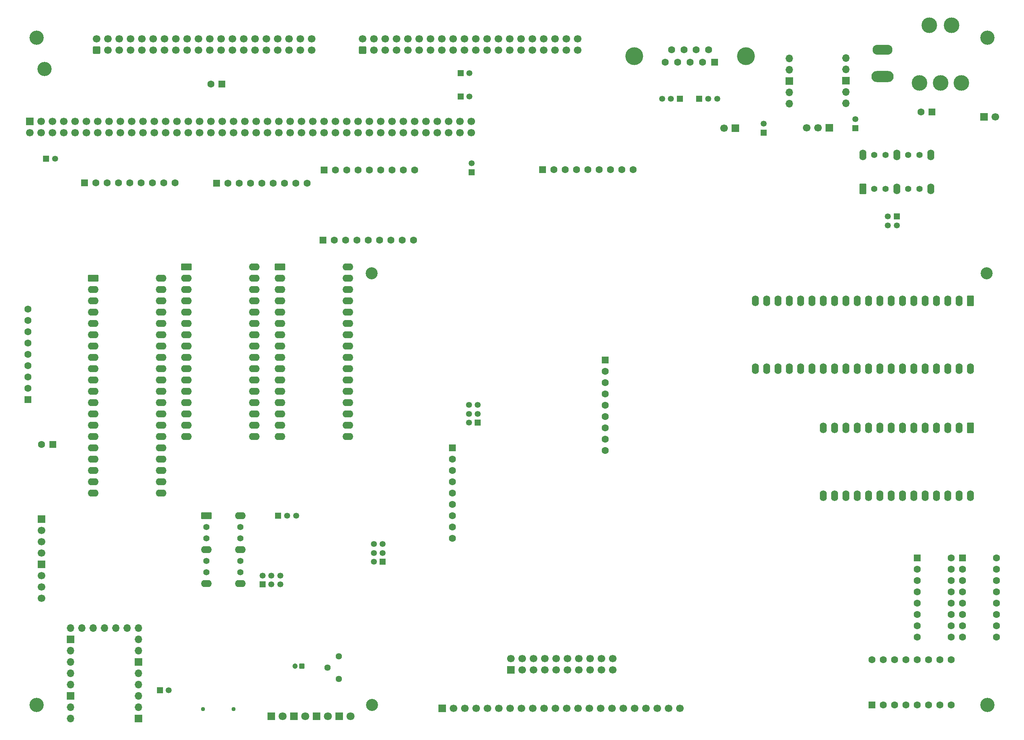
<source format=gbr>
%TF.GenerationSoftware,KiCad,Pcbnew,9.0.6*%
%TF.CreationDate,2025-11-24T00:24:31-08:00*%
%TF.ProjectId,SD-ZMB,53442d5a-4d42-42e6-9b69-6361645f7063,PR8.2*%
%TF.SameCoordinates,Original*%
%TF.FileFunction,Soldermask,Bot*%
%TF.FilePolarity,Negative*%
%FSLAX46Y46*%
G04 Gerber Fmt 4.6, Leading zero omitted, Abs format (unit mm)*
G04 Created by KiCad (PCBNEW 9.0.6) date 2025-11-24 00:24:31*
%MOMM*%
%LPD*%
G01*
G04 APERTURE LIST*
G04 Aperture macros list*
%AMRoundRect*
0 Rectangle with rounded corners*
0 $1 Rounding radius*
0 $2 $3 $4 $5 $6 $7 $8 $9 X,Y pos of 4 corners*
0 Add a 4 corners polygon primitive as box body*
4,1,4,$2,$3,$4,$5,$6,$7,$8,$9,$2,$3,0*
0 Add four circle primitives for the rounded corners*
1,1,$1+$1,$2,$3*
1,1,$1+$1,$4,$5*
1,1,$1+$1,$6,$7*
1,1,$1+$1,$8,$9*
0 Add four rect primitives between the rounded corners*
20,1,$1+$1,$2,$3,$4,$5,0*
20,1,$1+$1,$4,$5,$6,$7,0*
20,1,$1+$1,$6,$7,$8,$9,0*
20,1,$1+$1,$8,$9,$2,$3,0*%
G04 Aperture macros list end*
%ADD10RoundRect,0.250000X-0.550000X-0.550000X0.550000X-0.550000X0.550000X0.550000X-0.550000X0.550000X0*%
%ADD11C,1.600000*%
%ADD12RoundRect,0.250000X0.550000X-0.550000X0.550000X0.550000X-0.550000X0.550000X-0.550000X-0.550000X0*%
%ADD13C,3.200000*%
%ADD14RoundRect,0.250000X0.350000X0.350000X-0.350000X0.350000X-0.350000X-0.350000X0.350000X-0.350000X0*%
%ADD15C,1.200000*%
%ADD16R,1.600000X1.600000*%
%ADD17R,1.350000X1.350000*%
%ADD18C,1.350000*%
%ADD19RoundRect,0.250000X0.550000X-0.950000X0.550000X0.950000X-0.550000X0.950000X-0.550000X-0.950000X0*%
%ADD20C,1.400000*%
%ADD21O,1.600000X2.400000*%
%ADD22C,2.700000*%
%ADD23R,1.700000X1.700000*%
%ADD24C,1.700000*%
%ADD25O,1.700000X1.700000*%
%ADD26RoundRect,0.250000X-0.950000X-0.550000X0.950000X-0.550000X0.950000X0.550000X-0.950000X0.550000X0*%
%ADD27O,2.400000X1.600000*%
%ADD28C,4.000000*%
%ADD29C,3.500000*%
%ADD30R,1.800000X1.800000*%
%ADD31C,1.800000*%
%ADD32RoundRect,0.250000X0.550000X0.550000X-0.550000X0.550000X-0.550000X-0.550000X0.550000X-0.550000X0*%
%ADD33RoundRect,0.250000X0.600000X-0.600000X0.600000X0.600000X-0.600000X0.600000X-0.600000X-0.600000X0*%
%ADD34RoundRect,0.250000X-0.550000X0.950000X-0.550000X-0.950000X0.550000X-0.950000X0.550000X0.950000X0*%
%ADD35O,5.000000X2.500000*%
%ADD36O,4.500000X2.250000*%
%ADD37C,0.950000*%
%ADD38C,1.440000*%
G04 APERTURE END LIST*
D10*
%TO.C,SPARE2*%
X304292000Y-215900000D03*
D11*
X304292000Y-218440000D03*
X304292000Y-220979999D03*
X304292000Y-223520000D03*
X304292000Y-226060000D03*
X304292000Y-228600000D03*
X304292000Y-231140000D03*
X304292000Y-233680001D03*
X311912000Y-233680000D03*
X311912000Y-231140000D03*
X311912000Y-228600000D03*
X311912000Y-226060000D03*
X311912000Y-223520000D03*
X311912000Y-220980000D03*
X311912000Y-218440000D03*
X311912000Y-215900000D03*
%TD*%
D12*
%TO.C,SPARE3*%
X283972000Y-248920000D03*
D11*
X286512000Y-248920000D03*
X289051999Y-248920000D03*
X291592000Y-248920000D03*
X294132000Y-248920000D03*
X296672000Y-248920000D03*
X299212000Y-248920000D03*
X301752001Y-248920000D03*
X301752000Y-238760001D03*
X299212000Y-238760000D03*
X296672000Y-238760000D03*
X294132000Y-238760000D03*
X291592000Y-238760000D03*
X289052000Y-238760001D03*
X286512000Y-238760000D03*
X283972000Y-238760000D03*
%TD*%
D10*
%TO.C,SPARE1*%
X294132000Y-215900000D03*
D11*
X294132000Y-218440000D03*
X294132000Y-220979999D03*
X294132000Y-223520000D03*
X294132000Y-226060000D03*
X294132000Y-228600000D03*
X294132000Y-231140000D03*
X294132000Y-233680001D03*
X301752000Y-233680000D03*
X301752000Y-231140000D03*
X301752000Y-228600000D03*
X301752000Y-226060000D03*
X301752000Y-223520000D03*
X301752000Y-220980000D03*
X301752000Y-218440000D03*
X301752000Y-215900000D03*
%TD*%
D13*
%TO.C,H3*%
X309880000Y-99060000D03*
%TD*%
D14*
%TO.C,C6*%
X156043600Y-240157000D03*
D15*
X154543600Y-240157000D03*
%TD*%
D16*
%TO.C,RN4*%
X107315000Y-131650000D03*
D11*
X109855000Y-131650000D03*
X112395000Y-131650000D03*
X114935000Y-131650000D03*
X117475000Y-131650000D03*
X120015000Y-131650000D03*
X122555000Y-131650000D03*
X125095000Y-131650000D03*
X127635000Y-131650000D03*
%TD*%
D17*
%TO.C,OP1*%
X150780999Y-206375000D03*
D18*
X152780999Y-206375000D03*
X154780999Y-206375000D03*
%TD*%
D19*
%TO.C,U31*%
X281940000Y-132969000D03*
D20*
X284480000Y-132969000D03*
X287020000Y-132969000D03*
D21*
X289560000Y-132969000D03*
D20*
X292100000Y-132969000D03*
X294640000Y-132969000D03*
D21*
X297180000Y-132969000D03*
X297180000Y-125349000D03*
D20*
X294640000Y-125349000D03*
X292100000Y-125349000D03*
D21*
X289560000Y-125349000D03*
D20*
X287020000Y-125349000D03*
X284480000Y-125349000D03*
D21*
X281940000Y-125349000D03*
%TD*%
D22*
%TO.C,H6*%
X171796679Y-248907865D03*
%TD*%
D23*
%TO.C,J16*%
X274447000Y-119253000D03*
D24*
X271907000Y-119253000D03*
X269367001Y-119253000D03*
%TD*%
D25*
%TO.C,M1*%
X265450000Y-103722000D03*
X265450000Y-106262000D03*
D23*
X265450000Y-108802000D03*
D25*
X265450000Y-111342000D03*
X265450000Y-113882000D03*
X278130000Y-113792000D03*
X278130000Y-111252000D03*
D23*
X278130000Y-108712000D03*
D25*
X278130000Y-106172000D03*
X278130000Y-103632000D03*
%TD*%
D13*
%TO.C,H1*%
X96520000Y-248920000D03*
%TD*%
D26*
%TO.C,U13*%
X109220000Y-153035000D03*
D27*
X109220000Y-155575000D03*
X109220000Y-158115000D03*
X109220000Y-160655000D03*
X109220000Y-163195000D03*
X109220000Y-165735000D03*
X109220000Y-168275000D03*
X109220000Y-170815000D03*
X109220000Y-173355000D03*
X109220000Y-175895000D03*
X109220000Y-178435000D03*
X109220000Y-180975000D03*
X109220000Y-183515000D03*
X109220000Y-186055000D03*
X109220000Y-188595000D03*
X109220000Y-191135000D03*
X109220000Y-193675000D03*
X109220000Y-196215000D03*
X109220000Y-198755000D03*
X109220000Y-201295000D03*
X124460000Y-201295000D03*
X124460000Y-198755000D03*
X124460000Y-196215000D03*
X124460000Y-193675000D03*
X124460000Y-191135000D03*
X124460000Y-188595000D03*
X124460000Y-186055000D03*
X124460000Y-183515000D03*
X124460000Y-180975000D03*
X124460000Y-178435000D03*
X124460000Y-175895000D03*
X124460000Y-173355000D03*
X124460000Y-170815000D03*
X124460000Y-168275000D03*
X124460000Y-165735000D03*
X124460000Y-163195000D03*
X124460000Y-160655000D03*
X124460000Y-158115000D03*
X124460000Y-155575000D03*
X124460000Y-153035000D03*
%TD*%
D23*
%TO.C,J3*%
X253370000Y-119380000D03*
D24*
X250830000Y-119380000D03*
%TD*%
D16*
%TO.C,RN1*%
X189865000Y-191135000D03*
D11*
X189865000Y-193675000D03*
X189865000Y-196215000D03*
X189865000Y-198755000D03*
X189865000Y-201295000D03*
X189865000Y-203835000D03*
X189865000Y-206375000D03*
X189865000Y-208915000D03*
X189865000Y-211455000D03*
%TD*%
D28*
%TO.C,J18*%
X255690000Y-103155331D03*
X230690000Y-103155331D03*
D16*
X248730000Y-104575331D03*
D11*
X245960000Y-104575331D03*
X243190000Y-104575331D03*
X240420000Y-104575331D03*
X237650000Y-104575331D03*
X247345000Y-101735331D03*
X244575000Y-101735331D03*
X241805000Y-101735331D03*
X239035000Y-101735331D03*
%TD*%
D17*
%TO.C,OP4*%
X147256999Y-221837000D03*
D18*
X149256999Y-221837000D03*
X151256999Y-221837000D03*
X147256999Y-219837000D03*
X149256999Y-219837000D03*
X151256999Y-219837000D03*
%TD*%
D29*
%TO.C,SW2*%
X294679000Y-109216000D03*
X299379000Y-109216000D03*
X304079000Y-109216000D03*
X296879000Y-96266000D03*
X301879000Y-96266000D03*
%TD*%
D30*
%TO.C,D2*%
X154305000Y-251460000D03*
D31*
X156845000Y-251460000D03*
%TD*%
D23*
%TO.C,J10*%
X97663000Y-207137000D03*
D24*
X97663000Y-209677000D03*
X97663000Y-212217000D03*
X97663000Y-214757000D03*
%TD*%
D22*
%TO.C,H5*%
X309777694Y-151929173D03*
%TD*%
D16*
%TO.C,RN3*%
X224155000Y-171450000D03*
D11*
X224155000Y-173990000D03*
X224155000Y-176530000D03*
X224155000Y-179070000D03*
X224155000Y-181610000D03*
X224155000Y-184150000D03*
X224155000Y-186690000D03*
X224155000Y-189230000D03*
X224155000Y-191770000D03*
%TD*%
D16*
%TO.C,RN2*%
X94615000Y-180339999D03*
D11*
X94615000Y-177799999D03*
X94615000Y-175259999D03*
X94615000Y-172719999D03*
X94615000Y-170179999D03*
X94615000Y-167639999D03*
X94615000Y-165099999D03*
X94615000Y-162559999D03*
X94615000Y-160019999D03*
%TD*%
D32*
%TO.C,C3*%
X138153449Y-109466688D03*
D11*
X135653449Y-109466688D03*
%TD*%
D32*
%TO.C,C4*%
X297473380Y-115697000D03*
D11*
X294973380Y-115697000D03*
%TD*%
D17*
%TO.C,OP2*%
X240919000Y-112776000D03*
D18*
X238919000Y-112776000D03*
X236919000Y-112776000D03*
%TD*%
D26*
%TO.C,U22*%
X151130000Y-150495000D03*
D27*
X151130000Y-153035000D03*
X151130000Y-155575000D03*
X151130000Y-158115000D03*
X151130000Y-160655000D03*
X151130000Y-163195000D03*
X151130000Y-165735000D03*
X151130000Y-168275000D03*
X151130000Y-170815000D03*
X151130000Y-173355000D03*
X151130000Y-175895000D03*
X151130000Y-178435000D03*
X151130000Y-180975000D03*
X151130000Y-183515000D03*
X151130000Y-186055000D03*
X151130000Y-188595000D03*
X166370000Y-188595000D03*
X166370000Y-186055000D03*
X166370000Y-183515000D03*
X166370000Y-180975000D03*
X166370000Y-178435000D03*
X166370000Y-175895000D03*
X166370000Y-173355000D03*
X166370000Y-170815000D03*
X166370000Y-168275000D03*
X166370000Y-165735000D03*
X166370000Y-163195000D03*
X166370000Y-160655000D03*
X166370000Y-158115000D03*
X166370000Y-155575000D03*
X166370000Y-153035000D03*
X166370000Y-150495000D03*
%TD*%
D33*
%TO.C,J9*%
X169678501Y-101805501D03*
D24*
X169678501Y-99265501D03*
X172218501Y-101805501D03*
X172218501Y-99265501D03*
X174758500Y-101805501D03*
X174758501Y-99265501D03*
X177298501Y-101805501D03*
X177298501Y-99265501D03*
X179838501Y-101805501D03*
X179838501Y-99265501D03*
X182378501Y-101805501D03*
X182378501Y-99265501D03*
X184918501Y-101805501D03*
X184918501Y-99265501D03*
X187458502Y-101805501D03*
X187458501Y-99265501D03*
X189998501Y-101805501D03*
X189998501Y-99265501D03*
X192538501Y-101805501D03*
X192538501Y-99265501D03*
X195078501Y-101805501D03*
X195078501Y-99265501D03*
X197618500Y-101805501D03*
X197618501Y-99265501D03*
X200158501Y-101805501D03*
X200158501Y-99265501D03*
X202698501Y-101805501D03*
X202698501Y-99265501D03*
X205238501Y-101805501D03*
X205238501Y-99265501D03*
X207778500Y-101805501D03*
X207778501Y-99265501D03*
X210318502Y-101805501D03*
X210318501Y-99265501D03*
X212858501Y-101805501D03*
X212858501Y-99265501D03*
X215398501Y-101805501D03*
X215398501Y-99265501D03*
X217938501Y-101805501D03*
X217938501Y-99265501D03*
%TD*%
D22*
%TO.C,H7*%
X171754750Y-151938471D03*
%TD*%
D17*
%TO.C,OP8*%
X259715000Y-120380000D03*
D18*
X259715000Y-118380000D03*
%TD*%
D13*
%TO.C,H2*%
X309880000Y-248920000D03*
%TD*%
D34*
%TO.C,U35*%
X306070000Y-158115000D03*
D21*
X303530000Y-158115000D03*
X300990000Y-158115000D03*
X298450000Y-158115000D03*
X295910000Y-158115000D03*
X293370000Y-158115000D03*
X290830000Y-158115000D03*
X288290000Y-158115000D03*
X285750000Y-158115000D03*
X283210000Y-158115000D03*
X280670000Y-158115000D03*
X278130000Y-158115000D03*
X275590000Y-158115000D03*
X273050000Y-158115000D03*
X270510000Y-158115000D03*
X267970000Y-158115000D03*
X265430000Y-158115000D03*
X262890000Y-158115000D03*
X260350000Y-158115000D03*
X257810000Y-158115000D03*
X257810000Y-173355000D03*
X260350000Y-173355000D03*
X262890000Y-173355000D03*
X265430000Y-173355000D03*
X267970000Y-173355000D03*
X270510000Y-173355000D03*
X273050000Y-173355000D03*
X275590000Y-173355000D03*
X278130000Y-173355000D03*
X280670000Y-173355000D03*
X283210000Y-173355000D03*
X285750000Y-173355000D03*
X288290000Y-173355000D03*
X290830000Y-173355000D03*
X293370000Y-173355000D03*
X295910000Y-173355000D03*
X298450000Y-173355000D03*
X300990000Y-173355000D03*
X303530000Y-173355000D03*
X306070000Y-173355000D03*
%TD*%
D17*
%TO.C,OP3*%
X245269000Y-112776000D03*
D18*
X247269000Y-112776000D03*
X249269000Y-112776000D03*
%TD*%
D35*
%TO.C,J4*%
X286385000Y-107727000D03*
D36*
X286385000Y-101727000D03*
%TD*%
D23*
%TO.C,J17*%
X202946000Y-241051000D03*
D24*
X202946000Y-238511000D03*
X205486000Y-241051000D03*
X205486000Y-238511000D03*
X208026000Y-241051000D03*
X208026000Y-238511000D03*
X210566000Y-241051000D03*
X210566000Y-238511000D03*
X213106000Y-241051000D03*
X213106000Y-238511000D03*
X215646000Y-241051000D03*
X215646000Y-238511000D03*
X218186000Y-241051000D03*
X218186000Y-238511000D03*
X220726000Y-241051000D03*
X220726000Y-238511000D03*
X223266000Y-241051000D03*
X223266000Y-238511000D03*
X225806000Y-241051000D03*
X225806000Y-238511000D03*
%TD*%
D17*
%TO.C,JP3*%
X98690000Y-126250000D03*
D18*
X100690000Y-126250000D03*
%TD*%
D17*
%TO.C,JP2*%
X191690000Y-107000000D03*
D18*
X193690000Y-107000000D03*
%TD*%
D17*
%TO.C,OP6*%
X174212000Y-216757000D03*
D18*
X174212000Y-214757000D03*
X174212000Y-212757000D03*
X172212000Y-216757000D03*
X172212000Y-214757000D03*
X172212000Y-212757000D03*
%TD*%
D17*
%TO.C,JP4*%
X191690000Y-112250000D03*
D18*
X193690000Y-112250000D03*
%TD*%
D25*
%TO.C,U45*%
X104140000Y-251968000D03*
X104140000Y-249428000D03*
D23*
X104140000Y-246888000D03*
D25*
X104140000Y-244348000D03*
X104140000Y-241808000D03*
X104140000Y-239268000D03*
X104140000Y-236728000D03*
D23*
X104140000Y-234188000D03*
D25*
X104140000Y-231648000D03*
X106680000Y-231648000D03*
X109220000Y-231648001D03*
X111760000Y-231647999D03*
X114300000Y-231648000D03*
X116840000Y-231648000D03*
X119380000Y-231648000D03*
X119380000Y-234188000D03*
X119380000Y-236728000D03*
D23*
X119380000Y-239268000D03*
D25*
X119380000Y-241808000D03*
X119380000Y-244348000D03*
X119380000Y-246888000D03*
X119380000Y-249428000D03*
D23*
X119380000Y-251968000D03*
%TD*%
D17*
%TO.C,JP6*%
X280247869Y-119363742D03*
D18*
X280247869Y-117363742D03*
%TD*%
D23*
%TO.C,J1*%
X309113000Y-116839999D03*
D24*
X311653000Y-116839999D03*
%TD*%
D34*
%TO.C,U33*%
X306070000Y-186690000D03*
D21*
X303530000Y-186690000D03*
X300990000Y-186690000D03*
X298450000Y-186690000D03*
X295910000Y-186690000D03*
X293370000Y-186690000D03*
X290830000Y-186690000D03*
X288290000Y-186690000D03*
X285750000Y-186690000D03*
X283210000Y-186690000D03*
X280670000Y-186690000D03*
X278130000Y-186690000D03*
X275590000Y-186690000D03*
X273050000Y-186690000D03*
X273050000Y-201930000D03*
X275590000Y-201930000D03*
X278130000Y-201930000D03*
X280670000Y-201930000D03*
X283210000Y-201930000D03*
X285750000Y-201930000D03*
X288290000Y-201930000D03*
X290830000Y-201930000D03*
X293370000Y-201930000D03*
X295910000Y-201930000D03*
X298450000Y-201930000D03*
X300990000Y-201930000D03*
X303530000Y-201930000D03*
X306070000Y-201930000D03*
%TD*%
D23*
%TO.C,M2*%
X187565000Y-249660000D03*
D24*
X190105000Y-249660000D03*
X192645000Y-249660000D03*
X195185000Y-249660000D03*
X197725000Y-249660000D03*
X200265000Y-249660000D03*
X202805000Y-249660000D03*
X205345000Y-249660000D03*
X207885000Y-249660000D03*
X210425000Y-249660000D03*
X212965000Y-249660000D03*
X215505000Y-249660000D03*
X218045000Y-249660000D03*
X220585000Y-249660000D03*
X223125000Y-249660000D03*
X225665000Y-249660000D03*
X228205000Y-249660000D03*
X230745000Y-249660000D03*
X233285000Y-249660000D03*
X235825000Y-249660000D03*
X238365000Y-249660000D03*
X240905000Y-249660000D03*
%TD*%
D30*
%TO.C,D4*%
X164465000Y-251460000D03*
D31*
X167005000Y-251460000D03*
%TD*%
D26*
%TO.C,U21*%
X130175000Y-150495000D03*
D27*
X130175000Y-153035000D03*
X130175000Y-155575000D03*
X130175000Y-158115000D03*
X130175000Y-160655000D03*
X130175000Y-163195000D03*
X130175000Y-165735000D03*
X130175000Y-168275000D03*
X130175000Y-170815000D03*
X130175000Y-173355000D03*
X130175000Y-175895000D03*
X130175000Y-178435000D03*
X130175000Y-180975000D03*
X130175000Y-183515000D03*
X130175000Y-186055000D03*
X130175000Y-188595000D03*
X145415000Y-188595000D03*
X145415000Y-186055000D03*
X145415000Y-183515000D03*
X145415000Y-180975000D03*
X145415000Y-178435000D03*
X145415000Y-175895000D03*
X145415000Y-173355000D03*
X145415000Y-170815000D03*
X145415000Y-168275000D03*
X145415000Y-165735000D03*
X145415000Y-163195000D03*
X145415000Y-160655000D03*
X145415000Y-158115000D03*
X145415000Y-155575000D03*
X145415000Y-153035000D03*
X145415000Y-150495000D03*
%TD*%
D16*
%TO.C,RN5*%
X160782000Y-144526000D03*
D11*
X163322000Y-144526000D03*
X165862000Y-144526000D03*
X168402000Y-144526000D03*
X170942000Y-144526000D03*
X173482000Y-144526000D03*
X176022000Y-144526000D03*
X178562000Y-144526000D03*
X181102000Y-144526000D03*
%TD*%
D17*
%TO.C,JP1*%
X194190000Y-129250000D03*
D18*
X194190000Y-127250000D03*
%TD*%
D33*
%TO.C,J8*%
X109988501Y-101805501D03*
D24*
X109988501Y-99265501D03*
X112528501Y-101805501D03*
X112528501Y-99265501D03*
X115068500Y-101805501D03*
X115068501Y-99265501D03*
X117608501Y-101805501D03*
X117608501Y-99265501D03*
X120148501Y-101805501D03*
X120148501Y-99265501D03*
X122688501Y-101805501D03*
X122688501Y-99265501D03*
X125228501Y-101805501D03*
X125228501Y-99265501D03*
X127768502Y-101805501D03*
X127768501Y-99265501D03*
X130308501Y-101805501D03*
X130308501Y-99265501D03*
X132848501Y-101805501D03*
X132848501Y-99265501D03*
X135388501Y-101805501D03*
X135388501Y-99265501D03*
X137928500Y-101805501D03*
X137928501Y-99265501D03*
X140468501Y-101805501D03*
X140468501Y-99265501D03*
X143008501Y-101805501D03*
X143008501Y-99265501D03*
X145548501Y-101805501D03*
X145548501Y-99265501D03*
X148088500Y-101805501D03*
X148088501Y-99265501D03*
X150628502Y-101805501D03*
X150628501Y-99265501D03*
X153168501Y-101805501D03*
X153168501Y-99265501D03*
X155708501Y-101805501D03*
X155708501Y-99265501D03*
X158248501Y-101805501D03*
X158248501Y-99265501D03*
%TD*%
D17*
%TO.C,JP5*%
X124222000Y-245618000D03*
D18*
X126222000Y-245618000D03*
%TD*%
D30*
%TO.C,D3*%
X159385000Y-251460000D03*
D31*
X161925000Y-251460000D03*
%TD*%
D16*
%TO.C,RN7*%
X210058000Y-128651000D03*
D11*
X212598000Y-128651000D03*
X215138000Y-128651000D03*
X217678000Y-128651000D03*
X220218000Y-128651000D03*
X222758000Y-128651000D03*
X225298000Y-128651000D03*
X227838000Y-128651000D03*
X230378000Y-128651000D03*
%TD*%
D17*
%TO.C,OP7*%
X289560000Y-139192000D03*
D18*
X287560000Y-139192000D03*
X289560000Y-141192000D03*
X287560000Y-141192000D03*
%TD*%
D16*
%TO.C,RN6*%
X136906000Y-131699000D03*
D11*
X139446000Y-131699000D03*
X141986000Y-131699000D03*
X144526000Y-131699000D03*
X147066000Y-131699000D03*
X149606000Y-131699000D03*
X152146000Y-131699000D03*
X154686000Y-131699000D03*
X157226000Y-131699000D03*
%TD*%
D23*
%TO.C,J14*%
X97663000Y-217297000D03*
D24*
X97663000Y-219837000D03*
X97663000Y-222377000D03*
X97663000Y-224917000D03*
%TD*%
D13*
%TO.C,H4*%
X96520000Y-99060000D03*
%TD*%
D23*
%TO.C,J12*%
X94996000Y-117856000D03*
D24*
X97536000Y-117856000D03*
X100076000Y-117856000D03*
X102616000Y-117856000D03*
X105156000Y-117856000D03*
X107696000Y-117856000D03*
X110236000Y-117856000D03*
X112776000Y-117856000D03*
X115316000Y-117856000D03*
X117856000Y-117856000D03*
X120396000Y-117856000D03*
X122936000Y-117856000D03*
X125476000Y-117856000D03*
X128016000Y-117856000D03*
X130556000Y-117856000D03*
X133096000Y-117856000D03*
X135636000Y-117856000D03*
X138176000Y-117856000D03*
X140716000Y-117856000D03*
X143256000Y-117856000D03*
X145796000Y-117856000D03*
X148336000Y-117856000D03*
X150876000Y-117856000D03*
X153416000Y-117856000D03*
X155956000Y-117856000D03*
X158496000Y-117856000D03*
X161036000Y-117856000D03*
X163576000Y-117856000D03*
X166116000Y-117856000D03*
X168656000Y-117856000D03*
X171196000Y-117856000D03*
X173736000Y-117856000D03*
X176276000Y-117856000D03*
X178816000Y-117856000D03*
X181356000Y-117856000D03*
X183896000Y-117856000D03*
X186436000Y-117856000D03*
X188976000Y-117856000D03*
X191516000Y-117856000D03*
X194056000Y-117856000D03*
X94996000Y-120396000D03*
X97536000Y-120396000D03*
X100076000Y-120396000D03*
X102616000Y-120396000D03*
X105156000Y-120396000D03*
X107696000Y-120396000D03*
X110236000Y-120396000D03*
X112776000Y-120396000D03*
X115316000Y-120396000D03*
X117856000Y-120396000D03*
X120396000Y-120396000D03*
X122936000Y-120396000D03*
X125476000Y-120396000D03*
X128016000Y-120396000D03*
X130556000Y-120396000D03*
X133096000Y-120396000D03*
X135636000Y-120396000D03*
X138176000Y-120396000D03*
X140716000Y-120396000D03*
X143256000Y-120396000D03*
X145796000Y-120396000D03*
X148336000Y-120396000D03*
X150876000Y-120396000D03*
X153416000Y-120396000D03*
X155956000Y-120396000D03*
X158496000Y-120396000D03*
X161036000Y-120396000D03*
X163576000Y-120396000D03*
X166116000Y-120396000D03*
X168656000Y-120396000D03*
X171196000Y-120396000D03*
X173736000Y-120396000D03*
X176276000Y-120396000D03*
X178816000Y-120396000D03*
X181356000Y-120396000D03*
X183896000Y-120396000D03*
X186436000Y-120396000D03*
X188976000Y-120396000D03*
X191516000Y-120396000D03*
X194056000Y-120396000D03*
%TD*%
D17*
%TO.C,OP5*%
X195548000Y-185515000D03*
D18*
X195548000Y-183515000D03*
X195548000Y-181515000D03*
X193548000Y-185515000D03*
X193548000Y-183515000D03*
X193548000Y-181515000D03*
%TD*%
D37*
%TO.C,SD1*%
X133920000Y-249862500D03*
X140720000Y-249862500D03*
%TD*%
D30*
%TO.C,D1*%
X149225000Y-251460000D03*
D31*
X151765000Y-251460000D03*
%TD*%
D38*
%TO.C,RV1*%
X164405000Y-237998000D03*
X161865000Y-240538000D03*
X164405000Y-243078000D03*
%TD*%
D13*
%TO.C,H8*%
X98298000Y-106045000D03*
%TD*%
D16*
%TO.C,RN8*%
X161036000Y-128778000D03*
D11*
X163576000Y-128778000D03*
X166116000Y-128778000D03*
X168656000Y-128778000D03*
X171196000Y-128778000D03*
X173736000Y-128778000D03*
X176276000Y-128778000D03*
X178816000Y-128778000D03*
X181356000Y-128778000D03*
%TD*%
D32*
%TO.C,C44*%
X100163000Y-190373000D03*
D11*
X97663000Y-190373000D03*
%TD*%
D26*
%TO.C,U1*%
X134620000Y-206375000D03*
D20*
X134620000Y-208915000D03*
X134620000Y-211455000D03*
D27*
X134620000Y-213995000D03*
D20*
X134620000Y-216535000D03*
X134620000Y-219075000D03*
D27*
X134620000Y-221615000D03*
X142240000Y-221615000D03*
D20*
X142240000Y-219075000D03*
X142240000Y-216535000D03*
D27*
X142240000Y-213995000D03*
D20*
X142240000Y-211455000D03*
X142240000Y-208915000D03*
D27*
X142240000Y-206375000D03*
%TD*%
M02*

</source>
